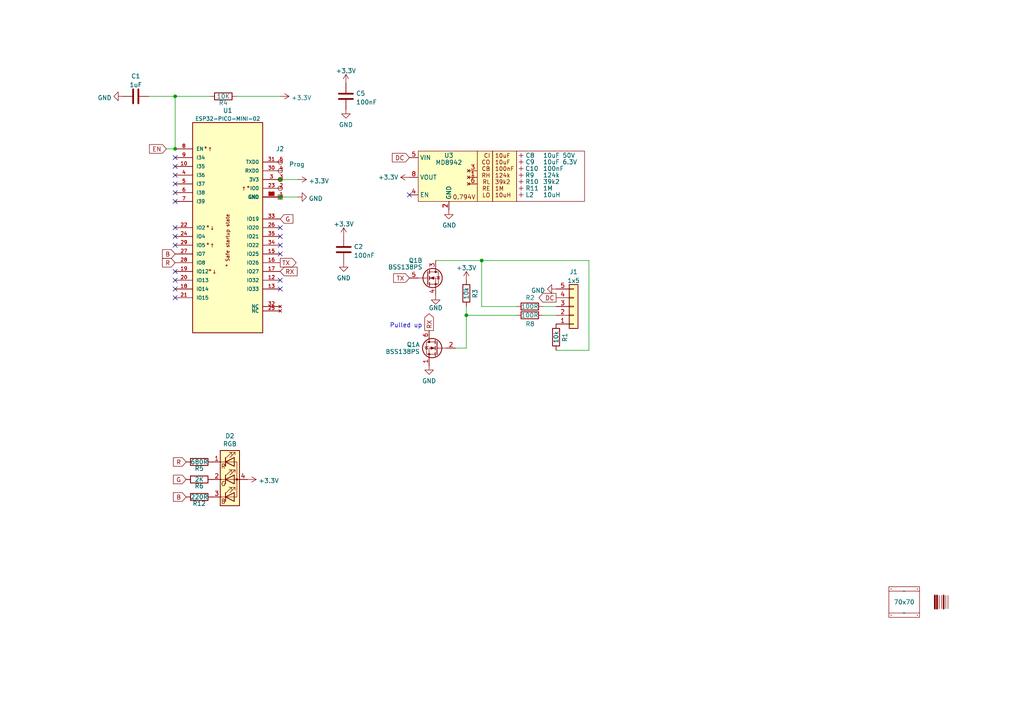
<source format=kicad_sch>
(kicad_sch (version 20230121) (generator eeschema)
  (paper "A4")
  (title_block (title "Daikin ESP32-PICO-MINI module") (rev "1") (comment 1 "@TheRealRevK") (comment 2 "www.me.uk"))
  (lib_symbols
    (symbol "BSS138PS_1" (pin_names hide)
      (property "Reference" "Q" (at 5.08 2.54 0))
      (property "Value" "BSS138PS" (at 5.08 0 0))
      (property "JLCPCB Rotation Offset" "90" (at 0 0 0))
      (symbol "BSS138PS_1_1_1"
        (polyline (pts (xy 0.254 -1.905) (xy 0.254 1.905)) (stroke (width 0.254)))
        (polyline (pts (xy 0.254 0) (xy -2.54 0)))
        (polyline (pts (xy 0.762 -2.286) (xy 0.762 -1.27)) (stroke (width 0.254)))
        (polyline (pts (xy 0.762 -0.508) (xy 0.762 0.508)) (stroke (width 0.254)))
        (polyline (pts (xy 0.762 1.27) (xy 0.762 2.286)) (stroke (width 0.254)))
        (polyline (pts (xy 2.54 1.905) (xy 2.54 2.54)))
        (polyline (pts (xy 2.54 -2.54) (xy 2.54 0) (xy 0.762 0)))
        (polyline (pts (xy 0.762 1.778) (xy 3.302 1.778) (xy 3.302 -1.778) (xy 0.762 -1.778)))
        (polyline (pts (xy 1.016 0) (xy 2.032 -0.381) (xy 2.032 0.381) (xy 1.016 0)) (fill (type outline)))
        (polyline (pts (xy 2.794 0.508) (xy 2.921 0.381) (xy 3.683 0.381) (xy 3.81 0.254)))
        (polyline (pts (xy 3.302 0.381) (xy 2.921 -0.254) (xy 3.683 -0.254) (xy 3.302 0.381)))
        (circle (center 1.651 0) (radius 2.794) (stroke (width 0.254)))
        (circle (center 2.54 -1.778) (radius 0.254) (fill (type outline)))
        (circle (center 2.54 1.778) (radius 0.254) (fill (type outline)))
        (pin passive line (at 2.54 -5.08 90) (length 2.54) (name "SN") (number "1"))
        (pin input line (at -5.08 0 0) (length 2.54) (name "GN") (number "2"))
        (pin passive line (at 2.54 5.08 270) (length 2.54) (name "DN") (number "6"))
      )
      (symbol "BSS138PS_1_2_1"
        (polyline (pts (xy 0.254 -1.905) (xy 0.254 1.905)) (stroke (width 0.254)))
        (polyline (pts (xy 0.254 0) (xy -2.54 0)))
        (polyline (pts (xy 0.762 -2.286) (xy 0.762 -1.27)) (stroke (width 0.254)))
        (polyline (pts (xy 0.762 -0.508) (xy 0.762 0.508)) (stroke (width 0.254)))
        (polyline (pts (xy 0.762 1.27) (xy 0.762 2.286)) (stroke (width 0.254)))
        (polyline (pts (xy 2.54 1.905) (xy 2.54 2.54)))
        (polyline (pts (xy 2.54 -2.54) (xy 2.54 0) (xy 0.762 0)))
        (polyline (pts (xy 0.762 1.778) (xy 3.302 1.778) (xy 3.302 -1.778) (xy 0.762 -1.778)))
        (polyline (pts (xy 1.016 0) (xy 2.032 -0.381) (xy 2.032 0.381) (xy 1.016 0)) (fill (type outline)))
        (polyline (pts (xy 2.794 0.508) (xy 2.921 0.381) (xy 3.683 0.381) (xy 3.81 0.254)))
        (polyline (pts (xy 3.302 0.381) (xy 2.921 -0.254) (xy 3.683 -0.254) (xy 3.302 0.381)))
        (circle (center 1.651 0) (radius 2.794) (stroke (width 0.254)))
        (circle (center 2.54 -1.778) (radius 0.254) (fill (type outline)))
        (circle (center 2.54 1.778) (radius 0.254) (fill (type outline)))
        (pin passive line (at 2.54 5.08 270) (length 2.54) (name "SP") (number "3"))
        (pin passive line (at 2.54 -5.08 90) (length 2.54) (name "DP") (number "4"))
        (pin input line (at -5.08 0 0) (length 2.54) (name "GP") (number "5"))
      )
    )
    (symbol "Connector_Generic:Conn_01x05" (pin_names (offset 1.016) hide)
      (property "Reference" "J" (at 0 7.62 0))
      (property "Value" "Conn_01x05" (at 0 -7.62 0))
      (symbol "Conn_01x05_1_1"
        (rectangle (start -1.27 -4.953) (end 0 -5.207) (stroke (width 0.1524)))
        (rectangle (start -1.27 -2.413) (end 0 -2.667) (stroke (width 0.1524)))
        (rectangle (start -1.27 0.127) (end 0 -0.127) (stroke (width 0.1524)))
        (rectangle (start -1.27 2.667) (end 0 2.413) (stroke (width 0.1524)))
        (rectangle (start -1.27 5.207) (end 0 4.953) (stroke (width 0.1524)))
        (rectangle (start -1.27 6.35) (end 1.27 -6.35) (stroke (width 0.254)) (fill (type background)))
        (pin passive line (at -5.08 5.08 0) (length 3.81) (name "Pin_1") (number "1"))
        (pin passive line (at -5.08 2.54 0) (length 3.81) (name "Pin_2") (number "2"))
        (pin passive line (at -5.08 0 0) (length 3.81) (name "Pin_3") (number "3"))
        (pin passive line (at -5.08 -2.54 0) (length 3.81) (name "Pin_4") (number "4"))
        (pin passive line (at -5.08 -5.08 0) (length 3.81) (name "Pin_5") (number "5"))
      )
    )
    (symbol "Device:C" (pin_numbers hide) (pin_names (offset 0.254))
      (property "Reference" "C" (at 0.635 2.54 0))
      (property "Value" "C" (at 0.635 -2.54 0))
      (symbol "C_0_1"
        (polyline (pts (xy -2.032 -0.762) (xy 2.032 -0.762)) (stroke (width 0.508)))
        (polyline (pts (xy -2.032 0.762) (xy 2.032 0.762)) (stroke (width 0.508)))
      )
      (symbol "C_1_1"
        (pin passive line (at 0 3.81 270) (length 2.794) (name "~") (number "1"))
        (pin passive line (at 0 -3.81 90) (length 2.794) (name "~") (number "2"))
      )
    )
    (symbol "Device:LED_RGBA" (pin_names (offset 0) hide)
      (property "Reference" "D" (at 0 9.398 0))
      (property "Value" "LED_RGBA" (at 0 -8.89 0))
      (symbol "LED_RGBA_0_0"
        (text "B" (at -1.905 -6.35 0) (effects (font (size 1.27 1.27))))
        (text "G" (at -1.905 -1.27 0) (effects (font (size 1.27 1.27))))
        (text "R" (at -1.905 3.81 0) (effects (font (size 1.27 1.27))))
      )
      (symbol "LED_RGBA_0_1"
        (polyline (pts (xy -1.27 -5.08) (xy -2.54 -5.08)))
        (polyline (pts (xy -1.27 -5.08) (xy 1.27 -5.08)))
        (polyline (pts (xy -1.27 -3.81) (xy -1.27 -6.35)) (stroke (width 0.254)))
        (polyline (pts (xy -1.27 0) (xy -2.54 0)))
        (polyline (pts (xy -1.27 1.27) (xy -1.27 -1.27)) (stroke (width 0.254)))
        (polyline (pts (xy -1.27 5.08) (xy -2.54 5.08)))
        (polyline (pts (xy -1.27 5.08) (xy 1.27 5.08)))
        (polyline (pts (xy -1.27 6.35) (xy -1.27 3.81)) (stroke (width 0.254)))
        (polyline (pts (xy 1.27 0) (xy -1.27 0)))
        (polyline (pts (xy 1.27 0) (xy 2.54 0)))
        (polyline (pts (xy -1.27 1.27) (xy -1.27 -1.27) (xy -1.27 -1.27)))
        (polyline (pts (xy -1.27 6.35) (xy -1.27 3.81) (xy -1.27 3.81)))
        (polyline (pts (xy 1.27 -5.08) (xy 2.032 -5.08) (xy 2.032 5.08) (xy 1.27 5.08)))
        (polyline (pts (xy 1.27 -3.81) (xy 1.27 -6.35) (xy -1.27 -5.08) (xy 1.27 -3.81)) (stroke (width 0.254)))
        (polyline (pts (xy 1.27 1.27) (xy 1.27 -1.27) (xy -1.27 0) (xy 1.27 1.27)) (stroke (width 0.254)))
        (polyline (pts (xy 1.27 6.35) (xy 1.27 3.81) (xy -1.27 5.08) (xy 1.27 6.35)) (stroke (width 0.254)))
        (polyline (pts (xy -1.016 -3.81) (xy 0.508 -2.286) (xy -0.254 -2.286) (xy 0.508 -2.286) (xy 0.508 -3.048)))
        (polyline (pts (xy -1.016 1.27) (xy 0.508 2.794) (xy -0.254 2.794) (xy 0.508 2.794) (xy 0.508 2.032)))
        (polyline (pts (xy -1.016 6.35) (xy 0.508 7.874) (xy -0.254 7.874) (xy 0.508 7.874) (xy 0.508 7.112)))
        (polyline (pts (xy 0 -3.81) (xy 1.524 -2.286) (xy 0.762 -2.286) (xy 1.524 -2.286) (xy 1.524 -3.048)))
        (polyline (pts (xy 0 1.27) (xy 1.524 2.794) (xy 0.762 2.794) (xy 1.524 2.794) (xy 1.524 2.032)))
        (polyline (pts (xy 0 6.35) (xy 1.524 7.874) (xy 0.762 7.874) (xy 1.524 7.874) (xy 1.524 7.112)))
        (rectangle (start 1.27 -1.27) (end 1.27 1.27))
        (rectangle (start 1.27 1.27) (end 1.27 1.27))
        (rectangle (start 1.27 3.81) (end 1.27 6.35))
        (rectangle (start 1.27 6.35) (end 1.27 6.35))
        (circle (center 2.032 0) (radius 0.254) (fill (type outline)))
        (rectangle (start 2.794 8.382) (end -2.794 -7.62) (stroke (width 0.254)) (fill (type background)))
      )
      (symbol "LED_RGBA_1_1"
        (pin passive line (at -5.08 5.08 0) (length 2.54) (name "RK") (number "1"))
        (pin passive line (at -5.08 0 0) (length 2.54) (name "GK") (number "2"))
        (pin passive line (at -5.08 -5.08 0) (length 2.54) (name "BK") (number "3"))
        (pin passive line (at 5.08 0 180) (length 2.54) (name "A") (number "4"))
      )
    )
    (symbol "Device:R" (pin_numbers hide) (pin_names (offset 0))
      (property "Reference" "R" (at 2.032 0 90))
      (property "Value" "R" (at 0 0 90))
      (symbol "R_0_1"
        (rectangle (start -1.016 -2.54) (end 1.016 2.54) (stroke (width 0.254)))
      )
      (symbol "R_1_1"
        (pin passive line (at 0 3.81 270) (length 1.27) (name "~") (number "1"))
        (pin passive line (at 0 -3.81 90) (length 1.27) (name "~") (number "2"))
      )
    )
    (symbol "GND_1" (power) (pin_names (offset 0))
      (property "Value" "GND_1" (at 0 -3.81 0))
      (symbol "GND_1_0_1"
        (polyline (pts (xy 0 0) (xy 0 -1.27) (xy 1.27 -1.27) (xy 0 -2.54) (xy -1.27 -1.27) (xy 0 -1.27)))
      )
      (symbol "GND_1_1_1"
        (pin power_in line (at 0 0 270) (length 0) hide (name "GND") (number "1"))
      )
    )
    (symbol "RevK:BSS138PS" (pin_names hide)
      (property "Reference" "Q" (at 5.08 2.54 0))
      (property "Value" "BSD235C" (at 5.08 0 0))
      (symbol "BSS138PS_1_1"
        (polyline (pts (xy 0.254 -1.905) (xy 0.254 1.905)) (stroke (width 0.254)))
        (polyline (pts (xy 0.254 0) (xy -2.54 0)))
        (polyline (pts (xy 0.762 -2.286) (xy 0.762 -1.27)) (stroke (width 0.254)))
        (polyline (pts (xy 0.762 -0.508) (xy 0.762 0.508)) (stroke (width 0.254)))
        (polyline (pts (xy 0.762 1.27) (xy 0.762 2.286)) (stroke (width 0.254)))
        (polyline (pts (xy 2.54 1.905) (xy 2.54 2.54)))
        (polyline (pts (xy 2.54 -2.54) (xy 2.54 0) (xy 0.762 0)))
        (polyline (pts (xy 0.762 1.778) (xy 3.302 1.778) (xy 3.302 -1.778) (xy 0.762 -1.778)))
        (polyline (pts (xy 1.016 0) (xy 2.032 -0.381) (xy 2.032 0.381) (xy 1.016 0)) (fill (type outline)))
        (polyline (pts (xy 2.794 0.508) (xy 2.921 0.381) (xy 3.683 0.381) (xy 3.81 0.254)))
        (polyline (pts (xy 3.302 0.381) (xy 2.921 -0.254) (xy 3.683 -0.254) (xy 3.302 0.381)))
        (circle (center 1.651 0) (radius 2.794) (stroke (width 0.254)))
        (circle (center 2.54 -1.778) (radius 0.254) (fill (type outline)))
        (circle (center 2.54 1.778) (radius 0.254) (fill (type outline)))
        (pin passive line (at 2.54 -5.08 90) (length 2.54) (name "SN") (number "1"))
        (pin input line (at -5.08 0 0) (length 2.54) (name "GN") (number "2"))
        (pin passive line (at 2.54 5.08 270) (length 2.54) (name "DN") (number "6"))
      )
      (symbol "BSS138PS_2_1"
        (polyline (pts (xy 0.254 0) (xy -2.54 0)))
        (polyline (pts (xy 0.254 1.905) (xy 0.254 -1.905)) (stroke (width 0.254)))
        (polyline (pts (xy 0.762 -1.27) (xy 0.762 -2.286)) (stroke (width 0.254)))
        (polyline (pts (xy 0.762 0.508) (xy 0.762 -0.508)) (stroke (width 0.254)))
        (polyline (pts (xy 0.762 2.286) (xy 0.762 1.27)) (stroke (width 0.254)))
        (polyline (pts (xy 2.54 -1.905) (xy 2.54 -2.54)))
        (polyline (pts (xy 2.54 2.54) (xy 2.54 0) (xy 0.762 0)))
        (polyline (pts (xy 0.762 -1.778) (xy 3.302 -1.778) (xy 3.302 1.778) (xy 0.762 1.778)))
        (polyline (pts (xy 2.286 0) (xy 1.27 -0.381) (xy 1.27 0.381) (xy 2.286 0)) (fill (type outline)))
        (polyline (pts (xy 2.794 0.508) (xy 2.921 0.381) (xy 3.683 0.381) (xy 3.81 0.254)))
        (polyline (pts (xy 3.302 0.381) (xy 2.921 -0.254) (xy 3.683 -0.254) (xy 3.302 0.381)))
        (circle (center 1.651 0) (radius 2.794) (stroke (width 0.254)))
        (circle (center 2.54 -1.778) (radius 0.254) (fill (type outline)))
        (circle (center 2.54 1.778) (radius 0.254) (fill (type outline)))
        (pin passive line (at 2.54 -5.08 90) (length 2.54) (name "DP") (number "3"))
        (pin passive line (at 2.54 5.08 270) (length 2.54) (name "SP") (number "4"))
        (pin input line (at -5.08 0 0) (length 2.54) (name "GP") (number "5"))
      )
    )
    (symbol "RevK:Barcode" (pin_names (offset 1.016)) (in_bom no)
      (symbol "Barcode_0_1"
        (polyline (pts (xy -0.635 1.905) (xy -0.635 -1.905)))
        (polyline (pts (xy 0 1.905) (xy 0 -1.905)))
        (polyline (pts (xy 1.27 1.905) (xy 1.27 -1.905)))
        (polyline (pts (xy 1.905 1.905) (xy 1.905 -1.905)))
      )
      (symbol "Barcode_1_1"
        (polyline (pts (xy -1.905 1.905) (xy -1.905 -1.905)) (stroke (width 0.5)))
        (polyline (pts (xy -1.27 1.905) (xy -1.27 -1.905)) (stroke (width 0.5)))
        (polyline (pts (xy 0.635 1.905) (xy 0.635 -1.905)) (stroke (width 0.5)))
      )
    )
    (symbol "RevK:ESP32-PICO-MINI-02" (pin_names (offset 1.016))
      (property "Reference" "U" (at -10.16 -33.02 0))
      (property "Value" "ESP32-PICO-MINI-02" (at 0 27.94 0))
      (property "LCSC Part #" "C2980306" (at 0 0 0))
      (symbol "ESP32-PICO-MINI-02_0_0"
        (rectangle (start -10.16 -30.48) (end 10.16 30.48) (stroke (width 0.254)) (fill (type background)))
        (text "* Safe startup state" (at 0 -11.43 900) (effects (font (size 1 1)) (justify left)))
        (text "*↑" (at -6.985 22.86 0) (effects (font (size 1.27 1.27)) (justify left)))
        (text "*↑" (at -6.35 -5.08 0) (effects (font (size 1.27 1.27)) (justify left)))
        (text "*↓" (at -6.35 0 0) (effects (font (size 1.27 1.27)) (justify left)))
        (text "*↓" (at -5.715 -12.7 0) (effects (font (size 1.27 1.27)) (justify left)))
        (text "↑*" (at 3.81 11.43 0) (effects (font (size 1.27 1.27)) (justify left)))
        (pin power_in line (at 15.24 8.89 180) (length 5.08) (name "GND") (number "1"))
        (pin input line (at -15.24 17.78 0) (length 5.08) (name "I35") (number "10"))
        (pin power_in line (at 15.24 8.89 180) (length 5.08) (name "GND") (number "11"))
        (pin bidirectional line (at 15.24 -15.24 180) (length 5.08) (name "IO32") (number "12"))
        (pin bidirectional line (at 15.24 -17.78 180) (length 5.08) (name "IO33") (number "13"))
        (pin power_in line (at 15.24 8.89 180) (length 5.08) (name "GND") (number "14"))
        (pin bidirectional line (at 15.24 -7.62 180) (length 5.08) (name "IO25") (number "15"))
        (pin bidirectional line (at 15.24 -10.16 180) (length 5.08) (name "IO26") (number "16"))
        (pin bidirectional line (at 15.24 -12.7 180) (length 5.08) (name "IO27") (number "17"))
        (pin bidirectional line (at -15.24 -17.78 0) (length 5.08) (name "IO14") (number "18"))
        (pin bidirectional line (at -15.24 -12.7 0) (length 5.08) (name "IO12") (number "19"))
        (pin power_in line (at 15.24 8.89 180) (length 5.08) (name "GND") (number "2"))
        (pin bidirectional line (at -15.24 -15.24 0) (length 5.08) (name "IO13") (number "20"))
        (pin bidirectional line (at -15.24 -20.32 0) (length 5.08) (name "IO15") (number "21"))
        (pin bidirectional line (at -15.24 0 0) (length 5.08) (name "IO2") (number "22"))
        (pin bidirectional line (at 15.24 11.43 180) (length 5.08) (name "IO0") (number "23"))
        (pin bidirectional line (at -15.24 -2.54 0) (length 5.08) (name "IO4") (number "24"))
        (pin no_connect line (at 15.24 -24.13 180) (length 5.08) (name "NC") (number "25"))
        (pin bidirectional line (at 15.24 0 180) (length 5.08) (name "IO20") (number "26"))
        (pin bidirectional line (at -15.24 -7.62 0) (length 5.08) (name "IO7") (number "27"))
        (pin bidirectional line (at -15.24 -10.16 0) (length 5.08) (name "IO8") (number "28"))
        (pin bidirectional line (at -15.24 -5.08 0) (length 5.08) (name "IO5") (number "29"))
        (pin power_in line (at 15.24 13.97 180) (length 5.08) (name "3V3") (number "3"))
        (pin bidirectional line (at 15.24 16.51 180) (length 5.08) (name "RXD0") (number "30"))
        (pin bidirectional line (at 15.24 19.05 180) (length 5.08) (name "TXD0") (number "31"))
        (pin no_connect line (at 15.24 -22.86 180) (length 5.08) (name "NC") (number "32"))
        (pin bidirectional line (at 15.24 2.54 180) (length 5.08) (name "IO19") (number "33"))
        (pin bidirectional line (at 15.24 -5.08 180) (length 5.08) (name "IO22") (number "34"))
        (pin bidirectional line (at 15.24 -2.54 180) (length 5.08) (name "IO21") (number "35"))
        (pin power_in line (at 15.24 8.89 180) (length 5.08) (name "GND") (number "36"))
        (pin power_in line (at 15.24 8.89 180) (length 5.08) (name "GND") (number "37"))
        (pin power_in line (at 15.24 8.89 180) (length 5.08) (name "GND") (number "38"))
        (pin power_in line (at 15.24 8.89 180) (length 5.08) (name "GND") (number "39"))
        (pin input line (at -15.24 15.24 0) (length 5.08) (name "I36") (number "4"))
        (pin power_in line (at 15.24 8.89 180) (length 5.08) (name "GND") (number "40"))
        (pin power_in line (at 15.24 8.89 180) (length 5.08) (name "GND") (number "41"))
        (pin power_in line (at 15.24 8.89 180) (length 5.08) (name "GND") (number "42"))
        (pin power_in line (at 15.24 8.89 180) (length 5.08) (name "GND") (number "43"))
        (pin power_in line (at 15.24 8.89 180) (length 5.08) (name "GND") (number "44"))
        (pin power_in line (at 15.24 8.89 180) (length 5.08) (name "GND") (number "45"))
        (pin power_in line (at 15.24 8.89 180) (length 5.08) (name "GND") (number "46"))
        (pin power_in line (at 15.24 8.89 180) (length 5.08) (name "GND") (number "47"))
        (pin power_in line (at 15.24 8.89 180) (length 5.08) (name "GND") (number "48"))
        (pin power_in line (at 15.24 8.89 180) (length 5.08) (name "GND") (number "49"))
        (pin input line (at -15.24 12.7 0) (length 5.08) (name "I37") (number "5"))
        (pin power_in line (at 15.24 8.89 180) (length 5.08) (name "GND") (number "50"))
        (pin power_in line (at 15.24 8.89 180) (length 5.08) (name "GND") (number "51"))
        (pin power_in line (at 15.24 8.89 180) (length 5.08) (name "GND") (number "52"))
        (pin power_in line (at 15.24 8.89 180) (length 5.08) (name "GND") (number "53"))
        (pin input line (at -15.24 10.16 0) (length 5.08) (name "I38") (number "6"))
        (pin input line (at -15.24 7.62 0) (length 5.08) (name "I39") (number "7"))
        (pin input line (at -15.24 22.86 0) (length 5.08) (name "EN") (number "8"))
        (pin input line (at -15.24 20.32 0) (length 5.08) (name "I34") (number "9"))
      )
    )
    (symbol "RevK:Hidden" (pin_names (offset 1.016))
      (property "Reference" "Z" (at 0.635 0 0))
      (property "Value" "Hidden" (at 4.445 0 0))
      (symbol "Hidden_0_1"
        (polyline (pts (xy -0.635 0) (xy 0.635 0)) (stroke (width 0.1524)))
        (polyline (pts (xy 0 0.635) (xy 0 -0.635)) (stroke (width 0.1524)))
      )
      (symbol "Hidden_1_1"
        (pin no_connect non_logic (at 0 -2.54 90) (length 2.54) hide (name "~") (number "~"))
      )
    )
    (symbol "RevK:MD89420-RegBlock"
      (property "Reference" "U" (at -0.635 4.445 0))
      (property "Value" "MD8942" (at 0 6.35 0))
      (symbol "MD89420-RegBlock_1_1"
        (rectangle (start -8.89 7.62) (end 8.255 -6.985) (fill (type background)))
        (rectangle (start 8.255 7.62) (end 12.7 -6.985) (fill (type background)))
        (rectangle (start 12.7 7.62) (end 19.685 -6.985) (fill (type background)))
        (rectangle (start 19.685 7.62) (end 39.37 -6.985))
        (text "0.794V" (at 4.445 -5.715 0) (effects (font (size 1.27 1.27))))
        (text "10uF\n10uF\n100nF\n124k\n39k2\n1M\n10uH" (at 13.335 6.985 0) (effects (font (size 1.185 1.185)) (justify left top)))
        (text "CI\nCO\nCB\nRH\nRL\nRE\nLO" (at 12.065 6.985 0) (effects (font (size 1.185 1.185)) (justify right top)))
        (pin no_connect line (at 5.715 0 0) (length 2.54) (name "") (number "1"))
        (pin power_in line (at 0 -9.525 90) (length 2.54) (name "GND") (number "2"))
        (pin no_connect line (at 5.715 1.905 0) (length 2.54) (name "") (number "3"))
        (pin input line (at -11.43 -5.08 0) (length 2.54) (name "EN") (number "4"))
        (pin power_in line (at -11.43 5.715 0) (length 2.54) (name "VIN") (number "5"))
        (pin no_connect line (at 5.715 -1.905 0) (length 2.54) (name "") (number "6"))
        (pin power_in line (at 0 -9.525 90) (length 2.54) (name "GND") (number "7"))
        (pin power_out line (at -11.43 0 0) (length 2.54) (name "VOUT") (number "8"))
      )
    )
    (symbol "RevK:PCB" (in_bom no)
      (property "Value" "70x70" (at 0 0 0))
      (symbol "PCB_0_1"
        (rectangle (start -4.445 4.445) (end 4.445 -4.445))
        (circle (center -3.81 -3.81) (radius 0.0001))
        (circle (center -3.81 3.81) (radius 0.0001))
        (circle (center 3.81 -3.81) (radius 0.0001))
        (circle (center 3.81 3.81) (radius 0.0001))
      )
    )
    (symbol "RevK:Shelly" (in_bom no)
      (property "Reference" "J" (at 2.54 -8.255 0))
      (property "Value" "Shelly" (at 2.54 9.525 0))
      (symbol "Shelly_0_1"
        (circle (center 0 -2.54) (radius 0.635) (stroke (width 0.1524)))
        (circle (center 0 0) (radius 0.635) (stroke (width 0.1524)))
        (circle (center 0 2.54) (radius 0.635) (stroke (width 0.1524)))
        (circle (center 0 5.08) (radius 0.635) (stroke (width 0.1524)))
        (rectangle (start 0.635 -5.715) (end -0.635 -4.445) (stroke (width 0.1524)))
      )
      (symbol "Shelly_1_1"
        (pin passive line (at 0 -5.08 0) (length 0.64) (name "GND") (number "1"))
        (pin passive line (at 0 -2.54 0) (length 0.64) (name "0") (number "2"))
        (pin passive line (at 0 0 0) (length 0.64) (name "3V3") (number "3"))
        (pin passive line (at 0 2.54 0) (length 0.64) (name "Rx") (number "4"))
        (pin passive line (at 0 5.08 0) (length 0.64) (name "Tx") (number "5"))
      )
    )
    (symbol "RevK:VCUT"
      (symbol "VCUT_0_1"
        (polyline (pts (xy -4.445 0) (xy 4.445 0)))
      )
    )
    (symbol "power:+3.3V" (power) (pin_names (offset 0))
      (property "Value" "+3.3V" (at 0 3.556 0))
      (symbol "+3.3V_0_1"
        (polyline (pts (xy -0.762 1.27) (xy 0 2.54)))
        (polyline (pts (xy 0 0) (xy 0 2.54)))
        (polyline (pts (xy 0 2.54) (xy 0.762 1.27)))
      )
      (symbol "+3.3V_1_1"
        (pin power_in line (at 0 0 90) (length 0) hide (name "+3.3V") (number "1"))
      )
    )
    (symbol "power:GND" (power) (pin_names (offset 0))
      (property "Value" "GND" (at 0 -3.81 0))
      (symbol "GND_0_1"
        (polyline (pts (xy 0 0) (xy 0 -1.27) (xy 1.27 -1.27) (xy 0 -2.54) (xy -1.27 -1.27) (xy 0 -1.27)))
      )
      (symbol "GND_1_1"
        (pin power_in line (at 0 0 270) (length 0) hide (name "GND") (number "1"))
      )
    )
  )
  (junction (at 50.8 43.18))
  (junction (at 50.8 27.94))
  (junction (at 81.28 52.07))
  (junction (at 135.255 91.44))
  (junction (at 139.7 75.565))
  (junction (at 81.28 57.15))
  (no_connect (at 81.28 71.12))
  (no_connect (at 50.8 45.72))
  (no_connect (at 50.8 48.26))
  (no_connect (at 50.8 50.8))
  (no_connect (at 50.8 53.34))
  (no_connect (at 50.8 55.88))
  (no_connect (at 50.8 58.42))
  (no_connect (at 50.8 66.04))
  (no_connect (at 50.8 71.12))
  (no_connect (at 50.8 78.74))
  (no_connect (at 81.28 68.58))
  (no_connect (at 81.28 81.28))
  (no_connect (at 81.28 83.82))
  (no_connect (at 118.745 56.515))
  (no_connect (at 81.28 73.66))
  (no_connect (at 50.8 83.82))
  (no_connect (at 50.8 81.28))
  (no_connect (at 50.8 86.36))
  (no_connect (at 81.28 66.04))
  (no_connect (at 50.8 68.58))
  (wire (pts (xy 81.28 57.15) (xy 86.36 57.15)))
  (wire (pts (xy 135.255 91.44) (xy 149.86 91.44)))
  (wire (pts (xy 161.29 91.44) (xy 157.48 91.44)))
  (wire (pts (xy 126.365 75.565) (xy 139.7 75.565)))
  (wire (pts (xy 43.18 27.94) (xy 50.8 27.94)))
  (wire (pts (xy 135.255 91.44) (xy 135.255 100.965)))
  (wire (pts (xy 161.29 101.6) (xy 170.815 101.6)))
  (wire (pts (xy 48.26 43.18) (xy 50.8 43.18)))
  (wire (pts (xy 139.7 75.565) (xy 170.815 75.565)))
  (wire (pts (xy 170.815 75.565) (xy 170.815 101.6)))
  (wire (pts (xy 135.255 100.965) (xy 132.08 100.965)))
  (wire (pts (xy 50.8 43.18) (xy 50.8 27.94)))
  (wire (pts (xy 157.48 88.9) (xy 161.29 88.9)))
  (wire (pts (xy 135.255 88.9) (xy 135.255 91.44)))
  (wire (pts (xy 81.28 52.07) (xy 86.36 52.07)))
  (wire (pts (xy 50.8 27.94) (xy 60.96 27.94)))
  (wire (pts (xy 139.7 88.9) (xy 149.86 88.9)))
  (wire (pts (xy 139.7 75.565) (xy 139.7 88.9)))
  (wire (pts (xy 68.58 27.94) (xy 81.28 27.94)))
  (text "Pulled up" (at 113.03 95.25 0) (effects (font (size 1.27 1.27)) (justify left bottom)))
  (global_label "G" (shape input) (at 81.28 63.5 0) (property "Intersheetrefs" "${INTERSHEET_REFS}" (effects hide)))
  (global_label "R" (shape input) (at 50.8 76.2 180) (property "Intersheetrefs" "${INTERSHEET_REFS}" (effects hide)))
  (global_label "DC" (shape input) (at 118.745 45.72 180) (property "Intersheetrefs" "${INTERSHEET_REFS}" (effects hide)))
  (global_label "EN" (shape input) (at 48.26 43.18 180) (property "Intersheetrefs" "${INTERSHEET_REFS}" (effects hide)))
  (global_label "TX" (shape input) (at 118.745 80.645 180) (property "Intersheetrefs" "${INTERSHEET_REFS}" (effects hide)))
  (global_label "R" (shape input) (at 53.975 133.985 180) (property "Intersheetrefs" "${INTERSHEET_REFS}" (effects hide)))
  (global_label "B" (shape input) (at 53.975 144.145 180) (property "Intersheetrefs" "${INTERSHEET_REFS}" (effects hide)))
  (global_label "TX" (shape output) (at 81.28 76.2 0) (property "Intersheetrefs" "${INTERSHEET_REFS}" (effects hide)))
  (global_label "DC" (shape output) (at 161.29 86.36 180) (property "Intersheetrefs" "${INTERSHEET_REFS}" (effects hide)))
  (global_label "RX" (shape input) (at 81.28 78.74 0) (property "Intersheetrefs" "${INTERSHEET_REFS}" (effects hide)))
  (global_label "G" (shape input) (at 53.975 139.065 180) (property "Intersheetrefs" "${INTERSHEET_REFS}" (effects hide)))
  (global_label "RX" (shape output) (at 124.46 95.885 90) (property "Intersheetrefs" "${INTERSHEET_REFS}" (effects hide)))
  (global_label "B" (shape input) (at 50.8 73.66 180) (property "Intersheetrefs" "${INTERSHEET_REFS}" (effects hide)))
  (symbol (lib_id "RevK:Hidden") (at 151.13 48.895 90) (unit 1)
    (property "Reference" "C10" (at 156.21 48.895 90) (effects (justify left)))
    (property "Value" "100nF" (at 157.48 48.895 90) (effects (justify right)))
    (property "Footprint" "RevK:C_0603_" (effects hide))
  )
  (symbol (lib_id "Device:C") (at 99.695 72.39 0) (unit 1)
    (property "Reference" "C2" (at 102.616 71.5553 0) (effects (justify left)))
    (property "Value" "100nF" (at 102.616 74.0922 0) (effects (justify left)))
    (property "Footprint" "RevK:C_0402" (effects hide))
  )
  (symbol (lib_id "power:GND") (at 161.29 83.82 270) (unit 1)
    (property "Reference" "#PWR09" (effects hide))
    (property "Value" "GND" (at 158.1151 84.2538 90) (effects (justify right)))
  )
  (symbol (lib_id "Device:R") (at 64.77 27.94 270) (unit 1)
    (property "Reference" "R4" (at 64.77 29.845 90))
    (property "Value" "10K" (at 64.77 27.94 90))
    (property "Footprint" "RevK:R_0402" (effects hide))
  )
  (symbol (lib_id "Device:R") (at 153.67 91.44 90) (unit 1)
    (property "Reference" "R8" (at 152.4 93.98 90) (effects (justify right)))
    (property "Value" "100R" (at 156.21 91.44 90) (effects (justify left)))
    (property "Footprint" "RevK:R_0402" (effects hide))
  )
  (symbol (lib_id "Device:C") (at 100.33 27.94 0) (unit 1)
    (property "Reference" "C5" (at 103.251 27.1053 0) (effects (justify left)))
    (property "Value" "100nF" (at 103.251 29.6422 0) (effects (justify left)))
    (property "Footprint" "RevK:C_0402" (effects hide))
  )
  (symbol (lib_id "Device:R") (at 57.785 144.145 270) (unit 1)
    (property "Reference" "R12" (at 57.785 146.05 90))
    (property "Value" "220R" (at 57.785 144.145 90))
    (property "Footprint" "RevK:R_0402" (effects hide))
  )
  (symbol (lib_name "BSS138PS_1") (lib_id "RevK:BSS138PS") (at 123.825 80.645 0) (unit 2)
    (property "Reference" "Q1" (at 122.555 75.565 0) (effects (justify right)))
    (property "Value" "BSS138PS" (at 122.555 77.47 0) (effects (justify right)))
    (property "Footprint" "RevK:SOT-363_SC-70-6" (effects hide))
    (property "Datasheet" "https://datasheet.lcsc.com/lcsc/1810011113_Nexperia-BSS138PS-115_C193381.pdf" (effects hide))
    (property "LCSC Part #" "C2912548" (effects hide))
    (property "JLCPCB Rotation Offset" "-90" (effects hide))
  )
  (symbol (lib_id "power:GND") (at 99.695 76.2 0) (unit 1)
    (property "Reference" "#PWR05" (effects hide))
    (property "Value" "GND" (at 99.695 80.6434 0))
  )
  (symbol (lib_id "Device:R") (at 153.67 88.9 90) (unit 1)
    (property "Reference" "R2" (at 152.4 86.36 90) (effects (justify right)))
    (property "Value" "100R" (at 156.21 88.9 90) (effects (justify left)))
    (property "Footprint" "RevK:R_0402" (effects hide))
  )
  (symbol (lib_id "Device:R") (at 135.255 85.09 0) (unit 1)
    (property "Reference" "R3" (at 137.795 83.82 90) (effects (justify right)))
    (property "Value" "10k" (at 135.255 85.09 90))
    (property "Footprint" "RevK:R_0402" (effects hide))
  )
  (symbol (lib_id "power:+3.3V") (at 135.255 81.28 0) (unit 1)
    (property "Reference" "#PWR06" (effects hide))
    (property "Value" "+3.3V" (at 135.255 77.7042 0))
  )
  (symbol (lib_name "GND_1") (lib_id "power:GND") (at 86.36 57.15 90) (unit 1)
    (property "Reference" "#PWR0104" (effects hide))
    (property "Value" "GND" (at 89.535 57.5838 90) (effects (justify right)))
  )
  (symbol (lib_id "RevK:Hidden") (at 151.13 50.8 0) (unit 1)
    (property "Reference" "R9" (at 153.67 50.8 0))
    (property "Value" "124k" (at 157.48 50.8 0) (effects (justify left)))
    (property "Footprint" "RevK:R_0402_" (effects hide))
  )
  (symbol (lib_id "power:GND") (at 100.33 31.75 0) (unit 1)
    (property "Reference" "#PWR0110" (effects hide))
    (property "Value" "GND" (at 100.33 36.1934 0))
  )
  (symbol (lib_id "RevK:PCB") (at 262.255 174.625 0) (unit 1) (in_bom no)
    (property "Reference" "PCB1" (effects hide))
    (property "Value" "70x70" (at 262.255 174.625 0))
    (property "Footprint" "RevK:PCB7070" (effects hide))
  )
  (symbol (lib_id "RevK:VCUT") (at 262.255 177.8 0) (unit 1) (in_bom no)
    (property "Reference" "V2" (effects hide))
    (property "Value" "~" (at 262.255 177.8 0))
    (property "Footprint" "RevK:VCUT70" (effects hide))
    (property "Sim.Enable" "0" (effects hide))
  )
  (symbol (lib_id "RevK:ESP32-PICO-MINI-02") (at 66.04 66.04 0) (unit 1)
    (property "Reference" "U1" (at 66.04 32.0498 0))
    (property "Value" "ESP32-PICO-MINI-02" (at 66.04 34.4339 0) (effects (font (size 1.1 1.1))))
    (property "Footprint" "RevK:ESP32-PICO-MINI-02" (effects hide))
    (property "MANUFACTURER" "Espressif" (effects hide))
    (property "MAXIMUM_PACKAGE_HEIGHT" "2.55mm" (effects hide))
    (property "PARTREV" "v1.0" (effects hide))
    (property "STANDARD" "Manufacturer Recommendations" (effects hide))
    (property "Part No" "ESP32-PICO-MINI-02-N8R2" (effects hide))
    (property "LCSC Part #" "C2980306" (effects hide))
  )
  (symbol (lib_id "RevK:MD89420-RegBlock") (at 130.175 51.435 0) (unit 1)
    (property "Reference" "U3" (at 130.175 45.085 0))
    (property "Value" "MD8942" (at 130.175 47.133 0))
    (property "Footprint" "RevK:SOT-23-6-MD8942" (effects hide))
    (property "Datasheet" "https://datasheet.lcsc.com/lcsc/2101111937_Shanghai-Mingda-Microelectronics-MD8942_C2684786.pdf" (effects hide))
    (property "LCSC Part #" "C2684786" (effects hide))
  )
  (symbol (lib_id "RevK:BSS138PS") (at 127 100.965 0) (mirror y) (unit 1)
    (property "Reference" "Q1" (at 121.793 99.941 0) (effects (justify left)))
    (property "Value" "BSS138PS" (at 121.793 101.989 0) (effects (justify left)))
    (property "Footprint" "RevK:SOT-363_SC-70-6" (effects hide))
    (property "Datasheet" "https://datasheet.lcsc.com/lcsc/1810011113_Nexperia-BSS138PS-115_C193381.pdf" (effects hide))
    (property "LCSC Part #" "C2912548" (effects hide))
    (property "JLCPCB Rotation Offset" "-90" (effects hide))
  )
  (symbol (lib_id "RevK:Hidden") (at 151.13 52.705 270) (unit 1)
    (property "Reference" "R10" (at 154.305 52.705 90))
    (property "Value" "39k2" (at 157.48 52.705 90) (effects (justify left)))
    (property "Footprint" "RevK:R_0402_" (effects hide))
  )
  (symbol (lib_id "RevK:Hidden") (at 151.13 56.515 90) (unit 1)
    (property "Reference" "L2" (at 152.4 56.515 90) (effects (justify right)))
    (property "Value" "10uH" (at 157.48 56.515 90) (effects (justify right)))
    (property "Footprint" "RevK:L_4x4_" (effects hide))
  )
  (symbol (lib_id "power:GND") (at 130.175 60.96 0) (unit 1)
    (property "Reference" "#PWR02" (effects hide))
    (property "Value" "GND" (at 130.302 65.3542 0))
  )
  (symbol (lib_id "RevK:VCUT") (at 262.255 171.45 0) (unit 1) (in_bom no)
    (property "Reference" "V1" (effects hide))
    (property "Value" "~" (at 262.255 171.45 0))
    (property "Footprint" "RevK:VCUT70" (effects hide))
    (property "Sim.Enable" "0" (effects hide))
  )
  (symbol (lib_id "RevK:Hidden") (at 151.13 46.99 0) (unit 1)
    (property "Reference" "C9" (at 152.4 46.99 0) (effects (justify left)))
    (property "Value" "10uF 6.3V" (at 157.48 46.99 0) (effects (justify left)))
    (property "Footprint" "RevK:C_0603_" (effects hide))
    (property "LCSC Part #" "C1691" (effects hide))
  )
  (symbol (lib_id "Device:R") (at 161.29 97.79 0) (unit 1)
    (property "Reference" "R1" (at 163.83 96.52 90) (effects (justify right)))
    (property "Value" "10k" (at 161.29 97.79 90))
    (property "Footprint" "RevK:R_0402" (effects hide))
  )
  (symbol (lib_id "power:GND") (at 124.46 106.045 0) (unit 1)
    (property "Reference" "#PWR0102" (effects hide))
    (property "Value" "GND" (at 124.46 110.4884 0))
  )
  (symbol (lib_id "Device:R") (at 57.785 133.985 270) (unit 1)
    (property "Reference" "R5" (at 57.785 135.89 90))
    (property "Value" "680R" (at 57.785 133.985 90))
    (property "Footprint" "RevK:R_0402" (effects hide))
  )
  (symbol (lib_id "Device:C") (at 39.37 27.94 90) (unit 1)
    (property "Reference" "C1" (at 39.37 22.0812 90))
    (property "Value" "1uF" (at 39.37 24.6181 90))
    (property "Footprint" "RevK:C_0402" (effects hide))
  )
  (symbol (lib_id "Connector_Generic:Conn_01x05") (at 166.37 88.9 0) (mirror x) (unit 1)
    (property "Reference" "J1" (at 166.37 78.8502 0))
    (property "Value" "1x5" (at 166.37 81.3871 0))
    (property "Footprint" "RevK:JST_EH_S5B-EH_1x05_P2.50mm_Horizontal" (effects hide))
    (property "LCSC Part #" "C225427" (effects hide))
    (property "JLCPCB Position Offset" "5,0" (effects hide))
  )
  (symbol (lib_id "power:+3.3V") (at 118.745 51.435 90) (unit 1)
    (property "Reference" "#PWR01" (effects hide))
    (property "Value" "+3.3V" (at 115.57 51.435 90) (effects (justify left)))
  )
  (symbol (lib_id "RevK:Hidden") (at 151.13 45.085 0) (unit 1)
    (property "Reference" "C8" (at 152.4 45.085 0) (effects (justify left)))
    (property "Value" "10uF 50V" (at 157.48 45.085 0) (effects (justify left)))
    (property "Footprint" "RevK:C_0603_" (effects hide))
    (property "LCSC Part #" "C1591" (effects hide))
  )
  (symbol (lib_id "power:+3.3V") (at 100.33 24.13 0) (unit 1)
    (property "Reference" "#PWR0109" (effects hide))
    (property "Value" "+3.3V" (at 100.33 20.5542 0))
  )
  (symbol (lib_id "Device:LED_RGBA") (at 66.675 139.065 0) (unit 1)
    (property "Reference" "D2" (at 66.675 126.4412 0))
    (property "Value" "RGB" (at 66.675 128.7526 0))
    (property "Footprint" "RevK:LED-RGB-1.6x1.6" (effects hide))
    (property "Manufacturer" "Kingbright" (effects hide))
    (property "Part No" "APTF1616LSEEZGKQBKC" (effects hide))
    (property "LCSC Part #" "C264508" (effects hide))
  )
  (symbol (lib_id "power:+3.3V") (at 81.28 27.94 270) (unit 1)
    (property "Reference" "#PWR0106" (effects hide))
    (property "Value" "+3.3V" (at 84.455 28.3738 90) (effects (justify left)))
  )
  (symbol (lib_id "power:+3.3V") (at 71.755 139.065 270) (unit 1)
    (property "Reference" "#PWR03" (effects hide))
    (property "Value" "+3.3V" (at 75.0062 139.446 90) (effects (justify left)))
  )
  (symbol (lib_id "Device:R") (at 57.785 139.065 270) (unit 1)
    (property "Reference" "R6" (at 57.785 140.97 90))
    (property "Value" "2K" (at 57.785 139.065 90))
    (property "Footprint" "RevK:R_0402" (effects hide))
  )
  (symbol (lib_id "power:GND") (at 126.365 85.725 0) (unit 1)
    (property "Reference" "#PWR08" (effects hide))
    (property "Value" "GND" (at 126.365 89.3008 0))
  )
  (symbol (lib_id "RevK:Hidden") (at 151.13 54.61 0) (unit 1)
    (property "Reference" "R11" (at 152.4 54.61 0) (effects (justify left)))
    (property "Value" "1M" (at 157.48 54.61 0) (effects (justify left)))
    (property "Footprint" "RevK:R_0402_" (effects hide))
  )
  (symbol (lib_id "power:+3.3V") (at 86.36 52.07 270) (unit 1)
    (property "Reference" "#PWR0103" (effects hide))
    (property "Value" "+3.3V" (at 89.535 52.5038 90) (effects (justify left)))
  )
  (symbol (lib_id "power:GND") (at 35.56 27.94 270) (unit 1)
    (property "Reference" "#PWR0108" (effects hide))
    (property "Value" "GND" (at 32.3851 28.3738 90) (effects (justify right)))
  )
  (symbol (lib_id "RevK:Shelly") (at 81.28 52.07 0) (unit 1) (in_bom no)
    (property "Reference" "J2" (at 80.01 43.18 0) (effects (justify left)))
    (property "Value" "Prog" (at 83.82 47.625 0) (effects (justify left)))
    (property "Footprint" "RevK:Shelly" (effects hide))
  )
  (symbol (lib_id "RevK:Barcode") (at 273.05 174.625 0) (unit 1) (in_bom no)
    (property "Reference" "U2" (effects hide))
    (property "Value" "Barcode" (effects hide))
    (property "Footprint" "RevK:EAN-5060634238151" (effects hide))
    (property "Note" "Non part, PCB printed" (effects hide))
  )
  (symbol (lib_id "power:+3.3V") (at 99.695 68.58 0) (unit 1)
    (property "Reference" "#PWR04" (effects hide))
    (property "Value" "+3.3V" (at 99.695 65.0042 0))
  )
)
</source>
